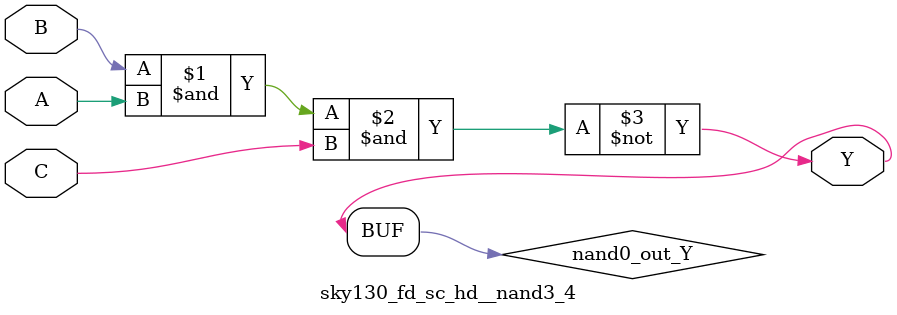
<source format=v>
/*
 * Copyright 2020 The SkyWater PDK Authors
 *
 * Licensed under the Apache License, Version 2.0 (the "License");
 * you may not use this file except in compliance with the License.
 * You may obtain a copy of the License at
 *
 *     https://www.apache.org/licenses/LICENSE-2.0
 *
 * Unless required by applicable law or agreed to in writing, software
 * distributed under the License is distributed on an "AS IS" BASIS,
 * WITHOUT WARRANTIES OR CONDITIONS OF ANY KIND, either express or implied.
 * See the License for the specific language governing permissions and
 * limitations under the License.
 *
 * SPDX-License-Identifier: Apache-2.0
*/


`ifndef SKY130_FD_SC_HD__NAND3_4_FUNCTIONAL_V
`define SKY130_FD_SC_HD__NAND3_4_FUNCTIONAL_V

/**
 * nand3: 3-input NAND.
 *
 * Verilog simulation functional model.
 */

`timescale 1ns / 1ps
`default_nettype none

`celldefine
module sky130_fd_sc_hd__nand3_4 (
    Y,
    A,
    B,
    C
);

    // Module ports
    output Y;
    input  A;
    input  B;
    input  C;

    // Local signals
    wire nand0_out_Y;

    //   Name   Output       Other arguments
    nand nand0 (nand0_out_Y, B, A, C        );
    buf  buf0  (Y          , nand0_out_Y    );

endmodule
`endcelldefine

`default_nettype wire
`endif  // SKY130_FD_SC_HD__NAND3_4_FUNCTIONAL_V

</source>
